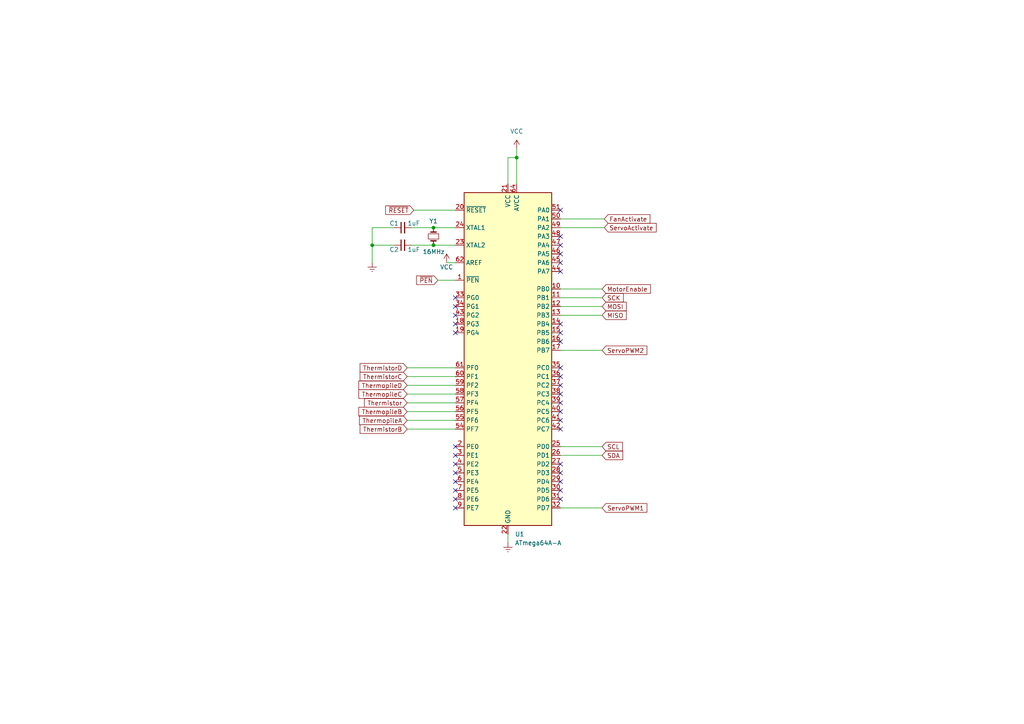
<source format=kicad_sch>
(kicad_sch (version 20211123) (generator eeschema)
  (paper "A4")
  (lib_symbols
    (symbol "Device:C_Small" (pin_numbers hide) (pin_names (offset 0.254) hide)
      (property "Reference" "C" (at 0.254 1.778 0))
      (property "Value" "C_Small" (at 0.254 -2.032 0))
      (symbol "C_Small_0_1"
        (polyline (pts (xy -1.524 -0.508) (xy 1.524 -0.508)) (stroke (width 0.3302)))
        (polyline (pts (xy -1.524 0.508) (xy 1.524 0.508)) (stroke (width 0.3048)))
      )
      (symbol "C_Small_1_1"
        (pin passive line (at 0 2.54 270) (length 2.032) (name "~") (number "1"))
        (pin passive line (at 0 -2.54 90) (length 2.032) (name "~") (number "2"))
      )
    )
    (symbol "Device:Crystal_Small" (pin_numbers hide) (pin_names (offset 1.016) hide)
      (property "Reference" "Y" (at 0 2.54 0))
      (property "Value" "Crystal_Small" (at 0 -2.54 0))
      (symbol "Crystal_Small_0_1"
        (rectangle (start -0.762 -1.524) (end 0.762 1.524))
        (polyline (pts (xy -1.27 -0.762) (xy -1.27 0.762)) (stroke (width 0.381)))
        (polyline (pts (xy 1.27 -0.762) (xy 1.27 0.762)) (stroke (width 0.381)))
      )
      (symbol "Crystal_Small_1_1"
        (pin passive line (at -2.54 0 0) (length 1.27) (name "1") (number "1"))
        (pin passive line (at 2.54 0 180) (length 1.27) (name "2") (number "2"))
      )
    )
    (symbol "MCU_Microchip_ATmega:ATmega64A-A"
      (property "Reference" "U" (at -12.7 49.53 0))
      (property "Value" "ATmega64A-A" (at 2.54 -49.53 0))
      (symbol "ATmega64A-A_0_1"
        (rectangle (start -12.7 -48.26) (end 12.7 48.26) (stroke (width 0.254)) (fill (type background)))
      )
      (symbol "ATmega64A-A_1_1"
        (pin input line (at -15.24 22.86 0) (length 2.54) (name "~{PEN}") (number "1"))
        (pin bidirectional line (at 15.24 20.32 180) (length 2.54) (name "PB0") (number "10"))
        (pin bidirectional line (at 15.24 17.78 180) (length 2.54) (name "PB1") (number "11"))
        (pin bidirectional line (at 15.24 15.24 180) (length 2.54) (name "PB2") (number "12"))
        (pin bidirectional line (at 15.24 12.7 180) (length 2.54) (name "PB3") (number "13"))
        (pin bidirectional line (at 15.24 10.16 180) (length 2.54) (name "PB4") (number "14"))
        (pin bidirectional line (at 15.24 7.62 180) (length 2.54) (name "PB5") (number "15"))
        (pin bidirectional line (at 15.24 5.08 180) (length 2.54) (name "PB6") (number "16"))
        (pin bidirectional line (at 15.24 2.54 180) (length 2.54) (name "PB7") (number "17"))
        (pin bidirectional line (at -15.24 10.16 0) (length 2.54) (name "PG3") (number "18"))
        (pin bidirectional line (at -15.24 7.62 0) (length 2.54) (name "PG4") (number "19"))
        (pin bidirectional line (at -15.24 -25.4 0) (length 2.54) (name "PE0") (number "2"))
        (pin input line (at -15.24 43.18 0) (length 2.54) (name "~{RESET}") (number "20"))
        (pin power_in line (at 0 50.8 270) (length 2.54) (name "VCC") (number "21"))
        (pin power_in line (at 0 -50.8 90) (length 2.54) (name "GND") (number "22"))
        (pin output line (at -15.24 33.02 0) (length 2.54) (name "XTAL2") (number "23"))
        (pin input line (at -15.24 38.1 0) (length 2.54) (name "XTAL1") (number "24"))
        (pin bidirectional line (at 15.24 -25.4 180) (length 2.54) (name "PD0") (number "25"))
        (pin bidirectional line (at 15.24 -27.94 180) (length 2.54) (name "PD1") (number "26"))
        (pin bidirectional line (at 15.24 -30.48 180) (length 2.54) (name "PD2") (number "27"))
        (pin bidirectional line (at 15.24 -33.02 180) (length 2.54) (name "PD3") (number "28"))
        (pin bidirectional line (at 15.24 -35.56 180) (length 2.54) (name "PD4") (number "29"))
        (pin bidirectional line (at -15.24 -27.94 0) (length 2.54) (name "PE1") (number "3"))
        (pin bidirectional line (at 15.24 -38.1 180) (length 2.54) (name "PD5") (number "30"))
        (pin bidirectional line (at 15.24 -40.64 180) (length 2.54) (name "PD6") (number "31"))
        (pin bidirectional line (at 15.24 -43.18 180) (length 2.54) (name "PD7") (number "32"))
        (pin bidirectional line (at -15.24 17.78 0) (length 2.54) (name "PG0") (number "33"))
        (pin bidirectional line (at -15.24 15.24 0) (length 2.54) (name "PG1") (number "34"))
        (pin bidirectional line (at 15.24 -2.54 180) (length 2.54) (name "PC0") (number "35"))
        (pin bidirectional line (at 15.24 -5.08 180) (length 2.54) (name "PC1") (number "36"))
        (pin bidirectional line (at 15.24 -7.62 180) (length 2.54) (name "PC2") (number "37"))
        (pin bidirectional line (at 15.24 -10.16 180) (length 2.54) (name "PC3") (number "38"))
        (pin bidirectional line (at 15.24 -12.7 180) (length 2.54) (name "PC4") (number "39"))
        (pin bidirectional line (at -15.24 -30.48 0) (length 2.54) (name "PE2") (number "4"))
        (pin bidirectional line (at 15.24 -15.24 180) (length 2.54) (name "PC5") (number "40"))
        (pin bidirectional line (at 15.24 -17.78 180) (length 2.54) (name "PC6") (number "41"))
        (pin bidirectional line (at 15.24 -20.32 180) (length 2.54) (name "PC7") (number "42"))
        (pin bidirectional line (at -15.24 12.7 0) (length 2.54) (name "PG2") (number "43"))
        (pin bidirectional line (at 15.24 25.4 180) (length 2.54) (name "PA7") (number "44"))
        (pin bidirectional line (at 15.24 27.94 180) (length 2.54) (name "PA6") (number "45"))
        (pin bidirectional line (at 15.24 30.48 180) (length 2.54) (name "PA5") (number "46"))
        (pin bidirectional line (at 15.24 33.02 180) (length 2.54) (name "PA4") (number "47"))
        (pin bidirectional line (at 15.24 35.56 180) (length 2.54) (name "PA3") (number "48"))
        (pin bidirectional line (at 15.24 38.1 180) (length 2.54) (name "PA2") (number "49"))
        (pin bidirectional line (at -15.24 -33.02 0) (length 2.54) (name "PE3") (number "5"))
        (pin bidirectional line (at 15.24 40.64 180) (length 2.54) (name "PA1") (number "50"))
        (pin bidirectional line (at 15.24 43.18 180) (length 2.54) (name "PA0") (number "51"))
        (pin passive line (at 0 50.8 270) (length 2.54) hide (name "VCC") (number "52"))
        (pin passive line (at 0 -50.8 90) (length 2.54) hide (name "GND") (number "53"))
        (pin bidirectional line (at -15.24 -20.32 0) (length 2.54) (name "PF7") (number "54"))
        (pin bidirectional line (at -15.24 -17.78 0) (length 2.54) (name "PF6") (number "55"))
        (pin bidirectional line (at -15.24 -15.24 0) (length 2.54) (name "PF5") (number "56"))
        (pin bidirectional line (at -15.24 -12.7 0) (length 2.54) (name "PF4") (number "57"))
        (pin bidirectional line (at -15.24 -10.16 0) (length 2.54) (name "PF3") (number "58"))
        (pin bidirectional line (at -15.24 -7.62 0) (length 2.54) (name "PF2") (number "59"))
        (pin bidirectional line (at -15.24 -35.56 0) (length 2.54) (name "PE4") (number "6"))
        (pin bidirectional line (at -15.24 -5.08 0) (length 2.54) (name "PF1") (number "60"))
        (pin bidirectional line (at -15.24 -2.54 0) (length 2.54) (name "PF0") (number "61"))
        (pin passive line (at -15.24 27.94 0) (length 2.54) (name "AREF") (number "62"))
        (pin passive line (at 0 -50.8 90) (length 2.54) hide (name "GND") (number "63"))
        (pin power_in line (at 2.54 50.8 270) (length 2.54) (name "AVCC") (number "64"))
        (pin bidirectional line (at -15.24 -38.1 0) (length 2.54) (name "PE5") (number "7"))
        (pin bidirectional line (at -15.24 -40.64 0) (length 2.54) (name "PE6") (number "8"))
        (pin bidirectional line (at -15.24 -43.18 0) (length 2.54) (name "PE7") (number "9"))
      )
    )
    (symbol "power:Earth" (power) (pin_names (offset 0))
      (symbol "Earth_0_1"
        (polyline (pts (xy -0.635 -1.905) (xy 0.635 -1.905)))
        (polyline (pts (xy -0.127 -2.54) (xy 0.127 -2.54)))
        (polyline (pts (xy 0 -1.27) (xy 0 0)))
        (polyline (pts (xy 1.27 -1.27) (xy -1.27 -1.27)))
      )
      (symbol "Earth_1_1"
        (pin power_in line (at 0 0 270) (length 0) hide (name "Earth") (number "1"))
      )
    )
    (symbol "power:VCC" (power) (pin_names (offset 0))
      (property "Value" "VCC" (at 0 3.81 0))
      (symbol "VCC_0_1"
        (polyline (pts (xy -0.762 1.27) (xy 0 2.54)))
        (polyline (pts (xy 0 0) (xy 0 2.54)))
        (polyline (pts (xy 0 2.54) (xy 0.762 1.27)))
      )
      (symbol "VCC_1_1"
        (pin power_in line (at 0 0 90) (length 0) hide (name "VCC") (number "1"))
      )
    )
  )
  (junction (at 149.86 45.72))
  (junction (at 125.73 71.12))
  (junction (at 107.95 71.12))
  (junction (at 125.73 66.04))
  (no_connect (at 162.56 60.96))
  (no_connect (at 132.08 147.32))
  (no_connect (at 132.08 96.52))
  (no_connect (at 132.08 93.98))
  (no_connect (at 132.08 91.44))
  (no_connect (at 132.08 88.9))
  (no_connect (at 162.56 134.62))
  (no_connect (at 162.56 137.16))
  (no_connect (at 162.56 139.7))
  (no_connect (at 162.56 142.24))
  (no_connect (at 162.56 144.78))
  (no_connect (at 132.08 144.78))
  (no_connect (at 132.08 142.24))
  (no_connect (at 132.08 139.7))
  (no_connect (at 132.08 137.16))
  (no_connect (at 132.08 134.62))
  (no_connect (at 132.08 132.08))
  (no_connect (at 132.08 129.54))
  (no_connect (at 132.08 86.36))
  (no_connect (at 162.56 93.98))
  (no_connect (at 162.56 96.52))
  (no_connect (at 162.56 99.06))
  (no_connect (at 162.56 106.68))
  (no_connect (at 162.56 109.22))
  (no_connect (at 162.56 111.76))
  (no_connect (at 162.56 114.3))
  (no_connect (at 162.56 116.84))
  (no_connect (at 162.56 119.38))
  (no_connect (at 162.56 121.92))
  (no_connect (at 162.56 124.46))
  (no_connect (at 162.56 73.66))
  (no_connect (at 162.56 76.2))
  (no_connect (at 162.56 78.74))
  (no_connect (at 162.56 68.58))
  (no_connect (at 162.56 71.12))
  (wire (pts (xy 118.11 109.22) (xy 132.08 109.22)))
  (wire (pts (xy 162.56 88.9) (xy 174.625 88.9)))
  (wire (pts (xy 118.11 106.68) (xy 132.08 106.68)))
  (wire (pts (xy 107.95 71.12) (xy 107.95 76.2)))
  (wire (pts (xy 119.38 71.12) (xy 125.73 71.12)))
  (wire (pts (xy 107.95 71.12) (xy 114.3 71.12)))
  (wire (pts (xy 127 81.28) (xy 132.08 81.28)))
  (wire (pts (xy 149.86 45.72) (xy 147.32 45.72)))
  (wire (pts (xy 118.11 111.76) (xy 132.08 111.76)))
  (wire (pts (xy 125.73 71.12) (xy 132.08 71.12)))
  (wire (pts (xy 162.56 83.82) (xy 174.625 83.82)))
  (wire (pts (xy 162.56 147.32) (xy 174.625 147.32)))
  (wire (pts (xy 149.86 53.34) (xy 149.86 45.72)))
  (wire (pts (xy 162.56 91.44) (xy 174.625 91.44)))
  (wire (pts (xy 162.56 86.36) (xy 174.625 86.36)))
  (wire (pts (xy 147.32 157.48) (xy 147.32 154.94)))
  (wire (pts (xy 120.015 60.96) (xy 132.08 60.96)))
  (wire (pts (xy 162.56 66.04) (xy 175.26 66.04)))
  (wire (pts (xy 162.56 129.54) (xy 174.625 129.54)))
  (wire (pts (xy 107.95 66.04) (xy 114.3 66.04)))
  (wire (pts (xy 118.11 119.38) (xy 132.08 119.38)))
  (wire (pts (xy 119.38 66.04) (xy 125.73 66.04)))
  (wire (pts (xy 118.11 114.3) (xy 132.08 114.3)))
  (wire (pts (xy 162.56 101.6) (xy 174.625 101.6)))
  (wire (pts (xy 118.11 116.84) (xy 132.08 116.84)))
  (wire (pts (xy 147.32 45.72) (xy 147.32 53.34)))
  (wire (pts (xy 149.86 43.18) (xy 149.86 45.72)))
  (wire (pts (xy 118.11 124.46) (xy 132.08 124.46)))
  (wire (pts (xy 118.11 121.92) (xy 132.08 121.92)))
  (wire (pts (xy 107.95 66.04) (xy 107.95 71.12)))
  (wire (pts (xy 129.54 76.2) (xy 132.08 76.2)))
  (wire (pts (xy 125.73 66.04) (xy 132.08 66.04)))
  (wire (pts (xy 162.56 132.08) (xy 174.625 132.08)))
  (wire (pts (xy 162.56 63.5) (xy 175.26 63.5)))
  (global_label "ThermistorD" (shape input) (at 118.11 106.68 180) (property "Intersheet References" "${INTERSHEET_REFS}" (effects hide)))
  (global_label "SCL" (shape input) (at 174.625 129.54 0) (property "Intersheet References" "${INTERSHEET_REFS}" (effects hide)))
  (global_label "ThermopileC" (shape input) (at 118.11 114.3 180) (property "Intersheet References" "${INTERSHEET_REFS}" (effects hide)))
  (global_label "SDA" (shape input) (at 174.625 132.08 0) (property "Intersheet References" "${INTERSHEET_REFS}" (effects hide)))
  (global_label "ServoPWM2" (shape input) (at 174.625 101.6 0) (property "Intersheet References" "${INTERSHEET_REFS}" (effects hide)))
  (global_label "ThermopileB" (shape input) (at 118.11 119.38 180) (property "Intersheet References" "${INTERSHEET_REFS}" (effects hide)))
  (global_label "~{RESET}" (shape input) (at 120.015 60.96 180) (property "Intersheet References" "${INTERSHEET_REFS}" (effects hide)))
  (global_label "ThermistorC" (shape input) (at 118.11 109.22 180) (property "Intersheet References" "${INTERSHEET_REFS}" (effects hide)))
  (global_label "ThermopileD" (shape input) (at 118.11 111.76 180) (property "Intersheet References" "${INTERSHEET_REFS}" (effects hide)))
  (global_label "ThermistorB" (shape input) (at 118.11 124.46 180) (property "Intersheet References" "${INTERSHEET_REFS}" (effects hide)))
  (global_label "~{PEN}" (shape input) (at 127 81.28 180) (property "Intersheet References" "${INTERSHEET_REFS}" (effects hide)))
  (global_label "ThermopileA" (shape input) (at 118.11 121.92 180) (property "Intersheet References" "${INTERSHEET_REFS}" (effects hide)))
  (global_label "SCK" (shape input) (at 174.625 86.36 0) (property "Intersheet References" "${INTERSHEET_REFS}" (effects hide)))
  (global_label "MISO" (shape input) (at 174.625 91.44 0) (property "Intersheet References" "${INTERSHEET_REFS}" (effects hide)))
  (global_label "ServoPWM1" (shape input) (at 174.625 147.32 0) (property "Intersheet References" "${INTERSHEET_REFS}" (effects hide)))
  (global_label "ServoActivate" (shape input) (at 175.26 66.04 0) (property "Intersheet References" "${INTERSHEET_REFS}" (effects hide)))
  (global_label "MOSI" (shape input) (at 174.625 88.9 0) (property "Intersheet References" "${INTERSHEET_REFS}" (effects hide)))
  (global_label "FanActivate" (shape input) (at 175.26 63.5 0) (property "Intersheet References" "${INTERSHEET_REFS}" (effects hide)))
  (global_label "Thermistor" (shape input) (at 118.11 116.84 180) (property "Intersheet References" "${INTERSHEET_REFS}" (effects hide)))
  (global_label "MotorEnable" (shape input) (at 174.625 83.82 0) (property "Intersheet References" "${INTERSHEET_REFS}" (effects hide)))
  (symbol (lib_id "power:VCC") (at 149.86 43.18 0) (unit 1)
    (property "Reference" "#PWR01" (effects hide))
    (property "Value" "VCC" (at 149.86 38.1 0))
  )
  (symbol (lib_id "power:Earth") (at 147.32 157.48 0) (unit 1)
    (property "Reference" "#PWR04" (effects hide))
    (property "Value" "Earth" (effects hide))
  )
  (symbol (lib_id "Device:Crystal_Small") (at 125.73 68.58 90) (unit 1)
    (property "Reference" "Y1" (at 124.46 64.135 90) (effects (justify right)))
    (property "Value" "16MHz " (at 122.555 73.025 90) (effects (justify right)))
    (property "Footprint" "SFRFootprints:XTAL_ECS-160-S-23A-TR" (effects hide))
  )
  (symbol (lib_id "power:VCC") (at 129.54 76.2 0) (unit 1)
    (property "Reference" "#PWR0101" (effects hide))
    (property "Value" "VCC" (at 131.445 77.47 0) (effects (justify right)))
  )
  (symbol (lib_id "power:Earth") (at 107.95 76.2 0) (unit 1)
    (property "Reference" "#PWR02" (effects hide))
    (property "Value" "Earth" (effects hide))
  )
  (symbol (lib_id "MCU_Microchip_ATmega:ATmega64A-A") (at 147.32 104.14 0) (unit 1)
    (property "Reference" "U1" (at 149.3394 154.94 0) (effects (justify left)))
    (property "Value" "ATmega64A-A" (at 149.3394 157.48 0) (effects (justify left)))
    (property "Footprint" "Package_QFP:TQFP-64_14x14mm_P0.8mm" (effects hide))
    (property "Datasheet" "http://ww1.microchip.com/downloads/en/DeviceDoc/atmel-8160-8-bit-avr-microcontroller-atmega64a-datasheet.pdf" (effects hide))
  )
  (symbol (lib_id "Device:C_Small") (at 116.84 71.12 90) (unit 1)
    (property "Reference" "C2" (at 114.3 72.39 90))
    (property "Value" "1uF" (at 120.015 72.39 90))
    (property "Footprint" "Resistor_SMD:R_0603_1608Metric_Pad0.98x0.95mm_HandSolder" (effects hide))
  )
  (symbol (lib_id "Device:C_Small") (at 116.84 66.04 90) (unit 1)
    (property "Reference" "C1" (at 114.3 64.77 90))
    (property "Value" "1uF" (at 120.015 64.77 90))
    (property "Footprint" "Resistor_SMD:R_0603_1608Metric_Pad0.98x0.95mm_HandSolder" (effects hide))
  )
)
</source>
